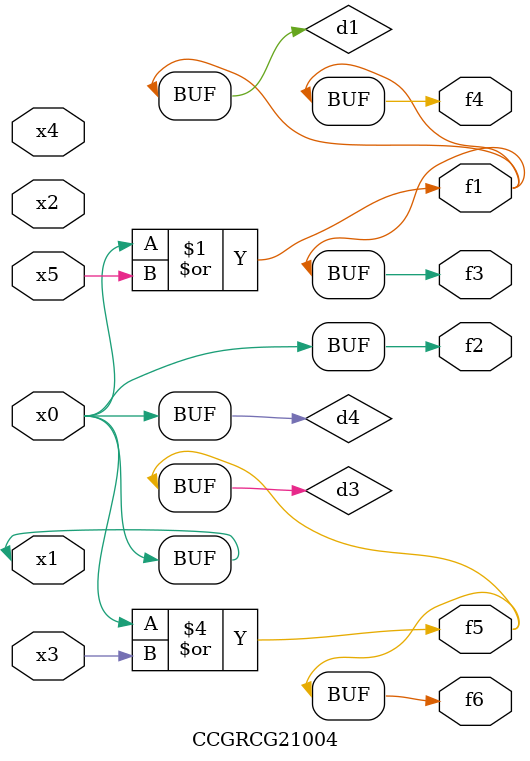
<source format=v>
module CCGRCG21004(
	input x0, x1, x2, x3, x4, x5,
	output f1, f2, f3, f4, f5, f6
);

	wire d1, d2, d3, d4;

	or (d1, x0, x5);
	xnor (d2, x1, x4);
	or (d3, x0, x3);
	buf (d4, x0, x1);
	assign f1 = d1;
	assign f2 = d4;
	assign f3 = d1;
	assign f4 = d1;
	assign f5 = d3;
	assign f6 = d3;
endmodule

</source>
